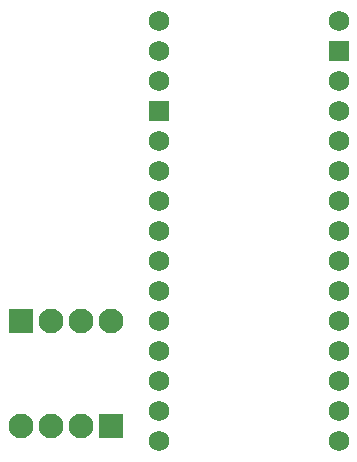
<source format=gbs>
G04 #@! TF.GenerationSoftware,KiCad,Pcbnew,7.0.2*
G04 #@! TF.CreationDate,2023-04-27T12:09:37-07:00*
G04 #@! TF.ProjectId,Flamingo Nano 33 BLE Rev 2,466c616d-696e-4676-9f20-4e616e6f2033,rev?*
G04 #@! TF.SameCoordinates,Original*
G04 #@! TF.FileFunction,Soldermask,Bot*
G04 #@! TF.FilePolarity,Negative*
%FSLAX46Y46*%
G04 Gerber Fmt 4.6, Leading zero omitted, Abs format (unit mm)*
G04 Created by KiCad (PCBNEW 7.0.2) date 2023-04-27 12:09:37*
%MOMM*%
%LPD*%
G01*
G04 APERTURE LIST*
%ADD10R,2.100000X2.100000*%
%ADD11C,2.100000*%
%ADD12C,1.727200*%
%ADD13R,1.727200X1.727200*%
G04 APERTURE END LIST*
D10*
G04 #@! TO.C,J2*
X81915000Y-82550000D03*
D11*
X84455000Y-82550000D03*
X86995000Y-82550000D03*
X89535000Y-82550000D03*
G04 #@! TD*
D12*
G04 #@! TO.C,XA1*
X108807500Y-90140000D03*
X108807500Y-64740000D03*
X108807500Y-85060000D03*
X108807500Y-82520000D03*
X108807500Y-79980000D03*
X108807500Y-77440000D03*
X108807500Y-74900000D03*
X108807500Y-72360000D03*
X108807500Y-69820000D03*
X108807500Y-67280000D03*
X108807500Y-87600000D03*
X93567500Y-59660000D03*
X93567500Y-57120000D03*
X93567500Y-67280000D03*
X93567500Y-69820000D03*
X93567500Y-72360000D03*
X93567500Y-74900000D03*
X93567500Y-77440000D03*
X93567500Y-79980000D03*
X93567500Y-82520000D03*
X93567500Y-85060000D03*
X93567500Y-87600000D03*
X93567500Y-90140000D03*
X93567500Y-92680000D03*
X108807500Y-92680000D03*
D13*
X93567500Y-64740000D03*
X108807500Y-59660000D03*
D12*
X93567500Y-62200000D03*
X108807500Y-62200000D03*
X108807500Y-57120000D03*
G04 #@! TD*
D10*
G04 #@! TO.C,J1*
X89535000Y-91440000D03*
D11*
X86995000Y-91440000D03*
X84455000Y-91440000D03*
X81915000Y-91440000D03*
G04 #@! TD*
M02*

</source>
